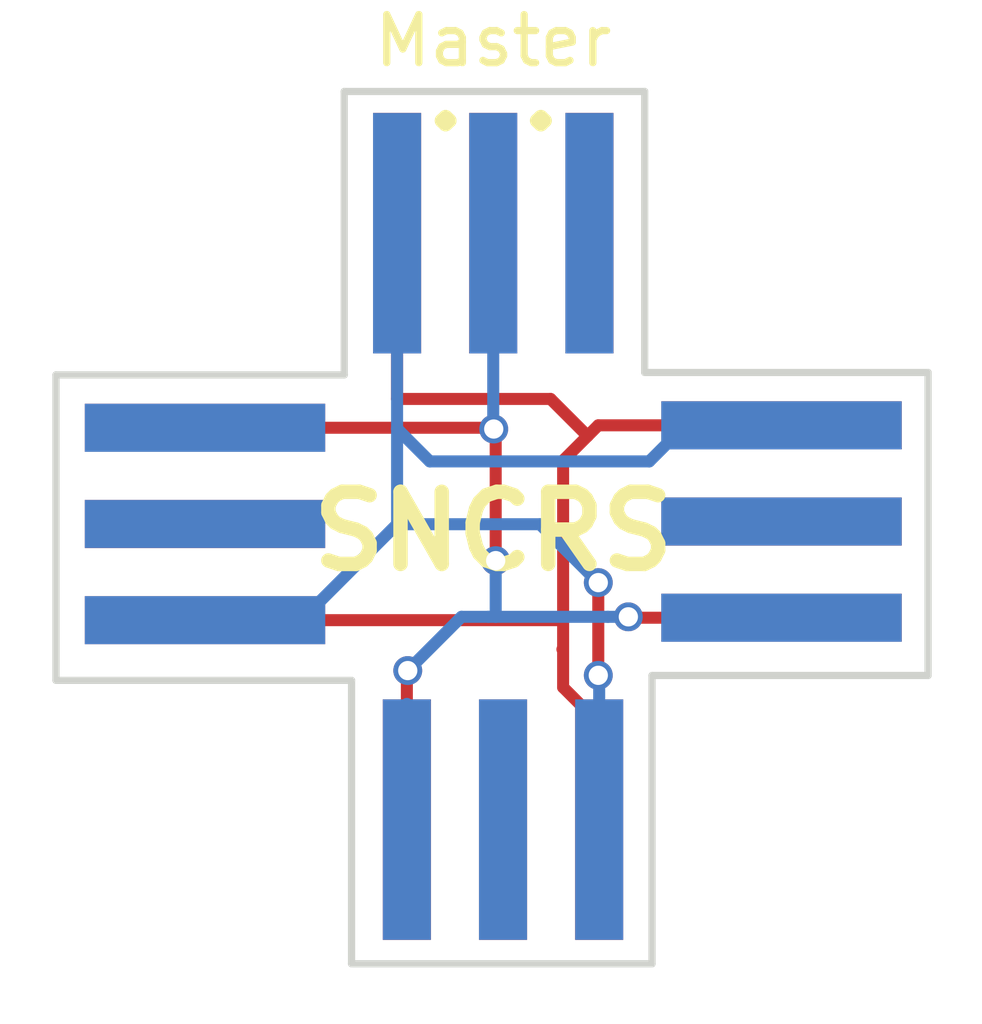
<source format=kicad_pcb>
(kicad_pcb (version 4) (host pcbnew 4.0.2-stable)

  (general
    (links 9)
    (no_connects 2)
    (area 142.520599 89.688599 160.806201 107.974201)
    (thickness 1.6)
    (drawings 14)
    (tracks 70)
    (zones 0)
    (modules 4)
    (nets 16)
  )

  (page A4)
  (layers
    (0 F.Cu signal)
    (31 B.Cu signal)
    (32 B.Adhes user)
    (33 F.Adhes user)
    (34 B.Paste user)
    (35 F.Paste user)
    (36 B.SilkS user)
    (37 F.SilkS user)
    (38 B.Mask user)
    (39 F.Mask user)
    (40 Dwgs.User user)
    (41 Cmts.User user)
    (42 Eco1.User user)
    (43 Eco2.User user)
    (44 Edge.Cuts user)
    (45 Margin user)
    (46 B.CrtYd user)
    (47 F.CrtYd user)
    (48 B.Fab user)
    (49 F.Fab user)
  )

  (setup
    (last_trace_width 0.25)
    (trace_clearance 0.2)
    (zone_clearance 0.508)
    (zone_45_only no)
    (trace_min 0.2)
    (segment_width 0.2)
    (edge_width 0.15)
    (via_size 0.6)
    (via_drill 0.4)
    (via_min_size 0.4)
    (via_min_drill 0.3)
    (uvia_size 0.3)
    (uvia_drill 0.1)
    (uvias_allowed no)
    (uvia_min_size 0.2)
    (uvia_min_drill 0.1)
    (pcb_text_width 0.3)
    (pcb_text_size 1.5 1.5)
    (mod_edge_width 0.15)
    (mod_text_size 1 1)
    (mod_text_width 0.15)
    (pad_size 1.524 1.524)
    (pad_drill 0.762)
    (pad_to_mask_clearance 0.2)
    (aux_axis_origin 0 0)
    (visible_elements FFFEFF7F)
    (pcbplotparams
      (layerselection 0x00030_80000001)
      (usegerberextensions false)
      (excludeedgelayer true)
      (linewidth 0.100000)
      (plotframeref false)
      (viasonmask false)
      (mode 1)
      (useauxorigin false)
      (hpglpennumber 1)
      (hpglpenspeed 20)
      (hpglpendiameter 15)
      (hpglpenoverlay 2)
      (psnegative false)
      (psa4output false)
      (plotreference true)
      (plotvalue true)
      (plotinvisibletext false)
      (padsonsilk false)
      (subtractmaskfromsilk false)
      (outputformat 1)
      (mirror false)
      (drillshape 1)
      (scaleselection 1)
      (outputdirectory ""))
  )

  (net 0 "")
  (net 1 "Net-(conn1-Pad3)")
  (net 2 "Net-(conn1-Pad1)")
  (net 3 "Net-(conn1-Pad4)")
  (net 4 "Net-(conn1-Pad2)")
  (net 5 "Net-(conn1-Pad5)")
  (net 6 "Net-(conn1-Pad6)")
  (net 7 "Net-(conn2-Pad1)")
  (net 8 "Net-(conn2-Pad4)")
  (net 9 "Net-(conn3-Pad1)")
  (net 10 "Net-(conn3-Pad4)")
  (net 11 "Net-(conn5-Pad1)")
  (net 12 "Net-(conn5-Pad4)")
  (net 13 "Net-(conn2-Pad3)")
  (net 14 "Net-(conn3-Pad3)")
  (net 15 "Net-(conn5-Pad3)")

  (net_class Default "This is the default net class."
    (clearance 0.2)
    (trace_width 0.25)
    (via_dia 0.6)
    (via_drill 0.4)
    (uvia_dia 0.3)
    (uvia_drill 0.1)
    (add_net "Net-(conn1-Pad1)")
    (add_net "Net-(conn1-Pad2)")
    (add_net "Net-(conn1-Pad3)")
    (add_net "Net-(conn1-Pad4)")
    (add_net "Net-(conn1-Pad5)")
    (add_net "Net-(conn1-Pad6)")
    (add_net "Net-(conn2-Pad1)")
    (add_net "Net-(conn2-Pad3)")
    (add_net "Net-(conn2-Pad4)")
    (add_net "Net-(conn3-Pad1)")
    (add_net "Net-(conn3-Pad3)")
    (add_net "Net-(conn3-Pad4)")
    (add_net "Net-(conn5-Pad1)")
    (add_net "Net-(conn5-Pad3)")
    (add_net "Net-(conn5-Pad4)")
  )

  (module gb_link:gb-link-socket123 (layer F.Cu) (tedit 5869B4A1) (tstamp 5869AFA9)
    (at 151.6888 92.71 180)
    (path /584783EF)
    (fp_text reference Master (at 0 4 180) (layer F.SilkS)
      (effects (font (size 1 1) (thickness 0.15)))
    )
    (fp_text value GBC_link_edge_connector (at 0 -4 180) (layer F.Fab)
      (effects (font (size 1 1) (thickness 0.15)))
    )
    (pad 4 connect rect (at 0 0 180) (size 1 5) (layers F.Cu F.Mask)
      (net 3 "Net-(conn1-Pad4)"))
    (pad 6 connect rect (at 2 0 180) (size 1 5) (layers F.Cu F.Mask)
      (net 6 "Net-(conn1-Pad6)"))
    (pad 2 connect rect (at -2 0 180) (size 1 5) (layers F.Cu F.Mask)
      (net 4 "Net-(conn1-Pad2)"))
    (pad 5 connect rect (at 2 0 180) (size 1 5) (layers B.Cu B.Mask)
      (net 5 "Net-(conn1-Pad5)"))
    (pad 3 connect rect (at 0 0 180) (size 1 5) (layers B.Cu B.Mask)
      (net 1 "Net-(conn1-Pad3)"))
    (pad 1 connect rect (at -2 0 180) (size 1 5) (layers B.Cu B.Mask)
      (net 2 "Net-(conn1-Pad1)"))
  )

  (module gb_link:gb-link-socket123 (layer F.Cu) (tedit 5869B4D1) (tstamp 5869AFB3)
    (at 157.6832 98.7044 90)
    (path /584782F1)
    (fp_text reference "" (at 5.6388 3.9116 90) (layer F.SilkS)
      (effects (font (size 1 1) (thickness 0.15)))
    )
    (fp_text value GBC_link_edge_connector (at 0 -4 90) (layer F.Fab)
      (effects (font (size 1 1) (thickness 0.15)))
    )
    (pad 4 connect rect (at 0 0 90) (size 1 5) (layers F.Cu F.Mask)
      (net 8 "Net-(conn2-Pad4)"))
    (pad 6 connect rect (at 2 0 90) (size 1 5) (layers F.Cu F.Mask)
      (net 6 "Net-(conn1-Pad6)"))
    (pad 2 connect rect (at -2 0 90) (size 1 5) (layers F.Cu F.Mask)
      (net 1 "Net-(conn1-Pad3)"))
    (pad 5 connect rect (at 2 0 90) (size 1 5) (layers B.Cu B.Mask)
      (net 5 "Net-(conn1-Pad5)"))
    (pad 3 connect rect (at 0 0 90) (size 1 5) (layers B.Cu B.Mask)
      (net 13 "Net-(conn2-Pad3)"))
    (pad 1 connect rect (at -2 0 90) (size 1 5) (layers B.Cu B.Mask)
      (net 7 "Net-(conn2-Pad1)"))
  )

  (module gb_link:gb-link-socket123 (layer F.Cu) (tedit 5869B4AC) (tstamp 5869AFBD)
    (at 151.892 104.902)
    (path /584784C8)
    (fp_text reference "" (at 0 4) (layer F.SilkS)
      (effects (font (size 1 1) (thickness 0.15)))
    )
    (fp_text value GBC_link_edge_connector (at 0 -4) (layer F.Fab)
      (effects (font (size 1 1) (thickness 0.15)))
    )
    (pad 4 connect rect (at 0 0) (size 1 5) (layers F.Cu F.Mask)
      (net 10 "Net-(conn3-Pad4)"))
    (pad 6 connect rect (at 2 0) (size 1 5) (layers F.Cu F.Mask)
      (net 6 "Net-(conn1-Pad6)"))
    (pad 2 connect rect (at -2 0) (size 1 5) (layers F.Cu F.Mask)
      (net 1 "Net-(conn1-Pad3)"))
    (pad 5 connect rect (at 2 0) (size 1 5) (layers B.Cu B.Mask)
      (net 5 "Net-(conn1-Pad5)"))
    (pad 3 connect rect (at 0 0) (size 1 5) (layers B.Cu B.Mask)
      (net 14 "Net-(conn3-Pad3)"))
    (pad 1 connect rect (at -2 0) (size 1 5) (layers B.Cu B.Mask)
      (net 9 "Net-(conn3-Pad1)"))
  )

  (module gb_link:gb-link-socket123 (layer F.Cu) (tedit 5869B4C5) (tstamp 5869AFC7)
    (at 145.6944 98.7552 270)
    (path /5847847E)
    (fp_text reference "" (at 0 4 270) (layer F.SilkS)
      (effects (font (size 1 1) (thickness 0.15)))
    )
    (fp_text value GBC_link_edge_connector (at 0 -4 270) (layer F.Fab)
      (effects (font (size 1 1) (thickness 0.15)))
    )
    (pad 4 connect rect (at 0 0 270) (size 1 5) (layers F.Cu F.Mask)
      (net 12 "Net-(conn5-Pad4)"))
    (pad 6 connect rect (at 2 0 270) (size 1 5) (layers F.Cu F.Mask)
      (net 6 "Net-(conn1-Pad6)"))
    (pad 2 connect rect (at -2 0 270) (size 1 5) (layers F.Cu F.Mask)
      (net 1 "Net-(conn1-Pad3)"))
    (pad 5 connect rect (at 2 0 270) (size 1 5) (layers B.Cu B.Mask)
      (net 5 "Net-(conn1-Pad5)"))
    (pad 3 connect rect (at 0 0 270) (size 1 5) (layers B.Cu B.Mask)
      (net 15 "Net-(conn5-Pad3)"))
    (pad 1 connect rect (at -2 0 270) (size 1 5) (layers B.Cu B.Mask)
      (net 11 "Net-(conn5-Pad1)"))
  )

  (gr_text ". ." (at 151.6888 89.7636) (layer F.SilkS)
    (effects (font (size 1.5 1.6) (thickness 0.3)))
  )
  (gr_text SNCRS (at 151.6888 98.9076) (layer F.SilkS)
    (effects (font (size 1.5 1.5) (thickness 0.3)))
  )
  (gr_line (start 148.59 95.6564) (end 148.59 89.7636) (layer Edge.Cuts) (width 0.15))
  (gr_line (start 142.5956 95.6564) (end 148.59 95.6564) (layer Edge.Cuts) (width 0.15))
  (gr_line (start 142.5956 102.0064) (end 142.5956 95.6564) (layer Edge.Cuts) (width 0.15))
  (gr_line (start 148.7424 102.0064) (end 142.5956 102.0064) (layer Edge.Cuts) (width 0.15))
  (gr_line (start 148.7424 107.8992) (end 148.7424 102.0064) (layer Edge.Cuts) (width 0.15))
  (gr_line (start 154.9908 107.8992) (end 148.7424 107.8992) (layer Edge.Cuts) (width 0.15))
  (gr_line (start 154.9908 101.9048) (end 154.9908 107.8992) (layer Edge.Cuts) (width 0.15))
  (gr_line (start 160.7312 101.9048) (end 154.9908 101.9048) (layer Edge.Cuts) (width 0.15))
  (gr_line (start 160.7312 95.6056) (end 160.7312 101.9048) (layer Edge.Cuts) (width 0.15))
  (gr_line (start 154.8384 95.6056) (end 160.7312 95.6056) (layer Edge.Cuts) (width 0.15))
  (gr_line (start 154.8384 89.7636) (end 154.8384 95.6056) (layer Edge.Cuts) (width 0.15))
  (gr_line (start 148.59 89.7636) (end 154.8384 89.7636) (layer Edge.Cuts) (width 0.15))

  (segment (start 151.7396 99.5172) (end 151.7396 96.822014) (width 0.25) (layer F.Cu) (net 1))
  (segment (start 151.7396 96.822014) (end 151.6988 96.781214) (width 0.25) (layer F.Cu) (net 1))
  (segment (start 151.7396 100.6856) (end 154.073946 100.6856) (width 0.25) (layer B.Cu) (net 1))
  (segment (start 151.7396 100.6856) (end 151.7396 99.5172) (width 0.25) (layer B.Cu) (net 1))
  (segment (start 151.5872 100.6856) (end 151.7396 100.6856) (width 0.25) (layer B.Cu) (net 1))
  (via (at 151.7396 99.5172) (size 0.6) (drill 0.4) (layers F.Cu B.Cu) (net 1))
  (segment (start 151.0284 100.6856) (end 151.5872 100.6856) (width 0.25) (layer B.Cu) (net 1))
  (segment (start 154.073946 100.6856) (end 154.49821 100.6856) (width 0.25) (layer B.Cu) (net 1))
  (segment (start 149.9108 101.8032) (end 151.0284 100.6856) (width 0.25) (layer B.Cu) (net 1))
  (segment (start 154.51701 100.7044) (end 154.49821 100.6856) (width 0.25) (layer F.Cu) (net 1))
  (segment (start 157.6832 100.7044) (end 154.51701 100.7044) (width 0.25) (layer F.Cu) (net 1))
  (via (at 154.49821 100.6856) (size 0.6) (drill 0.4) (layers F.Cu B.Cu) (net 1))
  (segment (start 149.892 104.902) (end 149.892 101.822) (width 0.25) (layer F.Cu) (net 1) (status 10))
  (segment (start 149.892 101.822) (end 149.9108 101.8032) (width 0.25) (layer F.Cu) (net 1))
  (via (at 149.9108 101.8032) (size 0.6) (drill 0.4) (layers F.Cu B.Cu) (net 1))
  (segment (start 145.6944 96.7552) (end 147.6944 96.7552) (width 0.25) (layer F.Cu) (net 1) (status 30))
  (segment (start 145.6944 96.7552) (end 151.672786 96.7552) (width 0.25) (layer F.Cu) (net 1) (status 10))
  (segment (start 151.6888 96.771214) (end 151.6988 96.781214) (width 0.25) (layer B.Cu) (net 1))
  (segment (start 151.6888 92.71) (end 151.6888 96.771214) (width 0.25) (layer B.Cu) (net 1) (status 10))
  (segment (start 151.672786 96.7552) (end 151.6988 96.781214) (width 0.25) (layer F.Cu) (net 1))
  (via (at 151.6988 96.781214) (size 0.6) (drill 0.4) (layers F.Cu B.Cu) (net 1))
  (segment (start 151.6888 92.71) (end 151.6888 94.71) (width 0.25) (layer B.Cu) (net 1) (status 30))
  (segment (start 157.6324 100.7552) (end 155.6324 100.7552) (width 0.25) (layer F.Cu) (net 1) (status 30))
  (segment (start 155.6324 100.8888) (end 157.6324 100.8888) (width 0.25) (layer F.Cu) (net 1) (status 30))
  (segment (start 149.892 104.902) (end 149.892 102.902) (width 0.25) (layer F.Cu) (net 1) (status 30))
  (segment (start 149.835802 102.902) (end 149.7716 102.902) (width 0.25) (layer F.Cu) (net 1) (status 30))
  (segment (start 149.7716 104.902) (end 149.7716 102.902) (width 0.25) (layer F.Cu) (net 1) (status 30))
  (segment (start 153.6888 92.71) (end 153.6888 94.71) (width 0.25) (layer B.Cu) (net 2) (status 30))
  (segment (start 153.6888 92.71) (end 153.6888 94.71) (width 0.25) (layer F.Cu) (net 4) (status 30))
  (segment (start 153.6888 92.964) (end 153.6888 94.964) (width 0.25) (layer F.Cu) (net 4) (status 30))
  (segment (start 153.892 104.902) (end 153.892 101.920798) (width 0.25) (layer B.Cu) (net 5))
  (segment (start 153.892 101.920798) (end 153.8732 101.901998) (width 0.25) (layer B.Cu) (net 5))
  (segment (start 153.8732 99.9744) (end 153.8732 101.901998) (width 0.25) (layer F.Cu) (net 5))
  (via (at 153.8732 101.901998) (size 0.6) (drill 0.4) (layers F.Cu B.Cu) (net 5))
  (via (at 153.8732 99.9744) (size 0.6) (drill 0.4) (layers F.Cu B.Cu) (net 5))
  (segment (start 149.6888 98.7608) (end 152.6596 98.7608) (width 0.25) (layer B.Cu) (net 5))
  (segment (start 152.6596 98.7608) (end 153.8732 99.9744) (width 0.25) (layer B.Cu) (net 5))
  (segment (start 150.3692 97.4544) (end 149.6888 96.774) (width 0.25) (layer B.Cu) (net 5))
  (segment (start 154.9332 97.4544) (end 150.3692 97.4544) (width 0.25) (layer B.Cu) (net 5))
  (segment (start 155.6832 96.7044) (end 154.9332 97.4544) (width 0.25) (layer B.Cu) (net 5) (status 10))
  (segment (start 157.6832 96.7044) (end 155.6832 96.7044) (width 0.25) (layer B.Cu) (net 5) (status 30))
  (segment (start 147.6944 100.7552) (end 149.6888 98.7608) (width 0.25) (layer B.Cu) (net 5) (status 10))
  (segment (start 149.6888 98.7608) (end 149.6888 96.774) (width 0.25) (layer B.Cu) (net 5))
  (segment (start 145.6944 100.7552) (end 147.6944 100.7552) (width 0.25) (layer B.Cu) (net 5) (status 30))
  (segment (start 149.6888 96.774) (end 149.6888 92.71) (width 0.25) (layer B.Cu) (net 5) (status 20))
  (segment (start 153.142 100.7872) (end 153.142 97.4356) (width 0.25) (layer F.Cu) (net 6))
  (segment (start 153.142 101.346) (end 153.142 100.7872) (width 0.25) (layer F.Cu) (net 6))
  (segment (start 153.142 100.7872) (end 153.11 100.7552) (width 0.25) (layer F.Cu) (net 6))
  (segment (start 153.11 100.7552) (end 145.6944 100.7552) (width 0.25) (layer F.Cu) (net 6))
  (segment (start 147.6944 100.7552) (end 145.6944 100.7552) (width 0.25) (layer F.Cu) (net 6) (status 30))
  (segment (start 153.142 101.346) (end 153.126599 101.361401) (width 0.25) (layer F.Cu) (net 6))
  (segment (start 153.142 102.152) (end 153.142 101.346) (width 0.25) (layer F.Cu) (net 6))
  (segment (start 153.142 97.4356) (end 153.6512 96.9264) (width 0.25) (layer F.Cu) (net 6))
  (segment (start 153.6512 96.9264) (end 153.8732 96.7044) (width 0.25) (layer F.Cu) (net 6))
  (segment (start 149.6888 92.71) (end 149.6888 96.156204) (width 0.25) (layer F.Cu) (net 6) (status 10))
  (segment (start 149.6888 96.156204) (end 152.881004 96.156204) (width 0.25) (layer F.Cu) (net 6))
  (segment (start 152.881004 96.156204) (end 153.6512 96.9264) (width 0.25) (layer F.Cu) (net 6))
  (segment (start 153.892 102.902) (end 153.142 102.152) (width 0.25) (layer F.Cu) (net 6) (status 10))
  (segment (start 153.892 104.902) (end 153.892 102.902) (width 0.25) (layer F.Cu) (net 6) (status 30))
  (segment (start 157.6832 96.7044) (end 153.8732 96.7044) (width 0.25) (layer F.Cu) (net 6) (status 10))
  (segment (start 144.145 101.092) (end 146.145 101.092) (width 0.25) (layer F.Cu) (net 6) (status 30))
  (segment (start 157.6832 96.7044) (end 155.6832 96.7044) (width 0.25) (layer F.Cu) (net 6) (status 30))
  (segment (start 149.892 102.4956) (end 149.892 104.387991) (width 0.25) (layer B.Cu) (net 9) (status 30))
  (segment (start 149.7076 104.838) (end 149.7716 104.902) (width 0.25) (layer B.Cu) (net 9) (status 30))
  (segment (start 146.145 97.028) (end 144.145 97.028) (width 0.25) (layer B.Cu) (net 11) (status 30))
  (segment (start 145.796 99.06) (end 145.6436 98.9076) (width 0.25) (layer F.Cu) (net 12) (status 30))
  (segment (start 144.145 99.06) (end 146.895 99.06) (width 0.25) (layer F.Cu) (net 12) (status 30))
  (segment (start 147.53 99.06) (end 146.895 99.06) (width 0.25) (layer F.Cu) (net 12) (status 30))
  (segment (start 157.6832 98.7044) (end 155.6832 98.7044) (width 0.25) (layer B.Cu) (net 13) (status 30))
  (segment (start 151.7716 102.902) (end 151.7716 102.738998) (width 0.25) (layer B.Cu) (net 14) (status 30))

)

</source>
